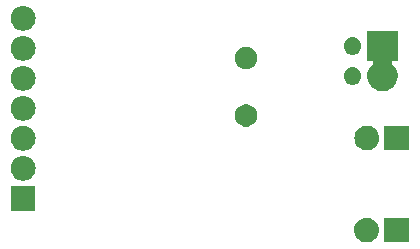
<source format=gbs>
G04 #@! TF.GenerationSoftware,KiCad,Pcbnew,(5.0.1)-4*
G04 #@! TF.CreationDate,2018-11-19T23:15:06-05:00*
G04 #@! TF.ProjectId,CAN_Bus_Arduino,43414E5F4275735F41726475696E6F2E,rev?*
G04 #@! TF.SameCoordinates,Original*
G04 #@! TF.FileFunction,Soldermask,Bot*
G04 #@! TF.FilePolarity,Negative*
%FSLAX46Y46*%
G04 Gerber Fmt 4.6, Leading zero omitted, Abs format (unit mm)*
G04 Created by KiCad (PCBNEW (5.0.1)-4) date 2018-11-19 11:15:06 PM*
%MOMM*%
%LPD*%
G01*
G04 APERTURE LIST*
%ADD10C,0.100000*%
G04 APERTURE END LIST*
D10*
G36*
X235129507Y-120420396D02*
X235206636Y-120427993D01*
X235338587Y-120468020D01*
X235404563Y-120488033D01*
X235586972Y-120585533D01*
X235746854Y-120716746D01*
X235878067Y-120876628D01*
X235975567Y-121059037D01*
X235975567Y-121059038D01*
X236035607Y-121256964D01*
X236055880Y-121462800D01*
X236035607Y-121668636D01*
X235995580Y-121800587D01*
X235975567Y-121866563D01*
X235878067Y-122048972D01*
X235746854Y-122208854D01*
X235586972Y-122340067D01*
X235404563Y-122437567D01*
X235338587Y-122457580D01*
X235206636Y-122497607D01*
X235129507Y-122505204D01*
X235052380Y-122512800D01*
X234949220Y-122512800D01*
X234872093Y-122505204D01*
X234794964Y-122497607D01*
X234663013Y-122457580D01*
X234597037Y-122437567D01*
X234414628Y-122340067D01*
X234254746Y-122208854D01*
X234123533Y-122048972D01*
X234026033Y-121866563D01*
X234006020Y-121800587D01*
X233965993Y-121668636D01*
X233945720Y-121462800D01*
X233965993Y-121256964D01*
X234026033Y-121059038D01*
X234026033Y-121059037D01*
X234123533Y-120876628D01*
X234254746Y-120716746D01*
X234414628Y-120585533D01*
X234597037Y-120488033D01*
X234663013Y-120468020D01*
X234794964Y-120427993D01*
X234872093Y-120420396D01*
X234949220Y-120412800D01*
X235052380Y-120412800D01*
X235129507Y-120420396D01*
X235129507Y-120420396D01*
G37*
G36*
X238590800Y-122512800D02*
X236490800Y-122512800D01*
X236490800Y-120412800D01*
X238590800Y-120412800D01*
X238590800Y-122512800D01*
X238590800Y-122512800D01*
G37*
G36*
X206967800Y-119820400D02*
X204867800Y-119820400D01*
X204867800Y-117720400D01*
X206967800Y-117720400D01*
X206967800Y-119820400D01*
X206967800Y-119820400D01*
G37*
G36*
X206046507Y-115187996D02*
X206123636Y-115195593D01*
X206255587Y-115235620D01*
X206321563Y-115255633D01*
X206503972Y-115353133D01*
X206663854Y-115484346D01*
X206795067Y-115644228D01*
X206892567Y-115826637D01*
X206892567Y-115826638D01*
X206952607Y-116024564D01*
X206972880Y-116230400D01*
X206952607Y-116436236D01*
X206912580Y-116568187D01*
X206892567Y-116634163D01*
X206795067Y-116816572D01*
X206663854Y-116976454D01*
X206503972Y-117107667D01*
X206321563Y-117205167D01*
X206255587Y-117225180D01*
X206123636Y-117265207D01*
X206046507Y-117272804D01*
X205969380Y-117280400D01*
X205866220Y-117280400D01*
X205789093Y-117272804D01*
X205711964Y-117265207D01*
X205580013Y-117225180D01*
X205514037Y-117205167D01*
X205331628Y-117107667D01*
X205171746Y-116976454D01*
X205040533Y-116816572D01*
X204943033Y-116634163D01*
X204923020Y-116568187D01*
X204882993Y-116436236D01*
X204862720Y-116230400D01*
X204882993Y-116024564D01*
X204943033Y-115826638D01*
X204943033Y-115826637D01*
X205040533Y-115644228D01*
X205171746Y-115484346D01*
X205331628Y-115353133D01*
X205514037Y-115255633D01*
X205580013Y-115235620D01*
X205711964Y-115195593D01*
X205789093Y-115187996D01*
X205866220Y-115180400D01*
X205969380Y-115180400D01*
X206046507Y-115187996D01*
X206046507Y-115187996D01*
G37*
G36*
X206046507Y-112647996D02*
X206123636Y-112655593D01*
X206237829Y-112690233D01*
X206321563Y-112715633D01*
X206503972Y-112813133D01*
X206663854Y-112944346D01*
X206795067Y-113104228D01*
X206892567Y-113286637D01*
X206892567Y-113286638D01*
X206952607Y-113484564D01*
X206972880Y-113690400D01*
X206952607Y-113896236D01*
X206912580Y-114028187D01*
X206892567Y-114094163D01*
X206795067Y-114276572D01*
X206663854Y-114436454D01*
X206503972Y-114567667D01*
X206321563Y-114665167D01*
X206255587Y-114685180D01*
X206123636Y-114725207D01*
X206046507Y-114732804D01*
X205969380Y-114740400D01*
X205866220Y-114740400D01*
X205789093Y-114732804D01*
X205711964Y-114725207D01*
X205580013Y-114685180D01*
X205514037Y-114665167D01*
X205331628Y-114567667D01*
X205171746Y-114436454D01*
X205040533Y-114276572D01*
X204943033Y-114094163D01*
X204923020Y-114028187D01*
X204882993Y-113896236D01*
X204862720Y-113690400D01*
X204882993Y-113484564D01*
X204943033Y-113286638D01*
X204943033Y-113286637D01*
X205040533Y-113104228D01*
X205171746Y-112944346D01*
X205331628Y-112813133D01*
X205514037Y-112715633D01*
X205597771Y-112690233D01*
X205711964Y-112655593D01*
X205789093Y-112647996D01*
X205866220Y-112640400D01*
X205969380Y-112640400D01*
X206046507Y-112647996D01*
X206046507Y-112647996D01*
G37*
G36*
X238616200Y-114715000D02*
X236516200Y-114715000D01*
X236516200Y-112615000D01*
X238616200Y-112615000D01*
X238616200Y-114715000D01*
X238616200Y-114715000D01*
G37*
G36*
X235154907Y-112622596D02*
X235232036Y-112630193D01*
X235363987Y-112670220D01*
X235429963Y-112690233D01*
X235612372Y-112787733D01*
X235772254Y-112918946D01*
X235903467Y-113078828D01*
X236000967Y-113261237D01*
X236000967Y-113261238D01*
X236061007Y-113459164D01*
X236081280Y-113665000D01*
X236061007Y-113870836D01*
X236053302Y-113896236D01*
X236000967Y-114068763D01*
X235903467Y-114251172D01*
X235772254Y-114411054D01*
X235612372Y-114542267D01*
X235429963Y-114639767D01*
X235363987Y-114659780D01*
X235232036Y-114699807D01*
X235154907Y-114707404D01*
X235077780Y-114715000D01*
X234974620Y-114715000D01*
X234897493Y-114707404D01*
X234820364Y-114699807D01*
X234688413Y-114659780D01*
X234622437Y-114639767D01*
X234440028Y-114542267D01*
X234280146Y-114411054D01*
X234148933Y-114251172D01*
X234051433Y-114068763D01*
X233999098Y-113896236D01*
X233991393Y-113870836D01*
X233971120Y-113665000D01*
X233991393Y-113459164D01*
X234051433Y-113261238D01*
X234051433Y-113261237D01*
X234148933Y-113078828D01*
X234280146Y-112918946D01*
X234440028Y-112787733D01*
X234622437Y-112690233D01*
X234688413Y-112670220D01*
X234820364Y-112630193D01*
X234897493Y-112622596D01*
X234974620Y-112615000D01*
X235077780Y-112615000D01*
X235154907Y-112622596D01*
X235154907Y-112622596D01*
G37*
G36*
X224929452Y-110819127D02*
X225067105Y-110846508D01*
X225239994Y-110918121D01*
X225395590Y-111022087D01*
X225527913Y-111154410D01*
X225631879Y-111310006D01*
X225703492Y-111482895D01*
X225740000Y-111666433D01*
X225740000Y-111853567D01*
X225703492Y-112037105D01*
X225631879Y-112209994D01*
X225527913Y-112365590D01*
X225395590Y-112497913D01*
X225239994Y-112601879D01*
X225067105Y-112673492D01*
X224929452Y-112700873D01*
X224883568Y-112710000D01*
X224696432Y-112710000D01*
X224650548Y-112700873D01*
X224512895Y-112673492D01*
X224340006Y-112601879D01*
X224184410Y-112497913D01*
X224052087Y-112365590D01*
X223948121Y-112209994D01*
X223876508Y-112037105D01*
X223840000Y-111853567D01*
X223840000Y-111666433D01*
X223876508Y-111482895D01*
X223948121Y-111310006D01*
X224052087Y-111154410D01*
X224184410Y-111022087D01*
X224340006Y-110918121D01*
X224512895Y-110846508D01*
X224650548Y-110819127D01*
X224696432Y-110810000D01*
X224883568Y-110810000D01*
X224929452Y-110819127D01*
X224929452Y-110819127D01*
G37*
G36*
X206046507Y-110107996D02*
X206123636Y-110115593D01*
X206255587Y-110155620D01*
X206321563Y-110175633D01*
X206503972Y-110273133D01*
X206663854Y-110404346D01*
X206795067Y-110564228D01*
X206892567Y-110746637D01*
X206892567Y-110746638D01*
X206952607Y-110944564D01*
X206972880Y-111150400D01*
X206952607Y-111356236D01*
X206914186Y-111482895D01*
X206892567Y-111554163D01*
X206795067Y-111736572D01*
X206663854Y-111896454D01*
X206503972Y-112027667D01*
X206321563Y-112125167D01*
X206255587Y-112145180D01*
X206123636Y-112185207D01*
X206046507Y-112192803D01*
X205969380Y-112200400D01*
X205866220Y-112200400D01*
X205789093Y-112192803D01*
X205711964Y-112185207D01*
X205580013Y-112145180D01*
X205514037Y-112125167D01*
X205331628Y-112027667D01*
X205171746Y-111896454D01*
X205040533Y-111736572D01*
X204943033Y-111554163D01*
X204921414Y-111482895D01*
X204882993Y-111356236D01*
X204862720Y-111150400D01*
X204882993Y-110944564D01*
X204943033Y-110746638D01*
X204943033Y-110746637D01*
X205040533Y-110564228D01*
X205171746Y-110404346D01*
X205331628Y-110273133D01*
X205514037Y-110175633D01*
X205580013Y-110155620D01*
X205711964Y-110115593D01*
X205789093Y-110107996D01*
X205866220Y-110100400D01*
X205969380Y-110100400D01*
X206046507Y-110107996D01*
X206046507Y-110107996D01*
G37*
G36*
X237647000Y-107167200D02*
X237243218Y-107167200D01*
X237218832Y-107169602D01*
X237195383Y-107176715D01*
X237173772Y-107188266D01*
X237154830Y-107203812D01*
X237139284Y-107222754D01*
X237127733Y-107244365D01*
X237120620Y-107267814D01*
X237118218Y-107292200D01*
X237120620Y-107316586D01*
X237127733Y-107340035D01*
X237139284Y-107361646D01*
X237154830Y-107380588D01*
X237173770Y-107396133D01*
X237175705Y-107397426D01*
X237356774Y-107578495D01*
X237499046Y-107791420D01*
X237597042Y-108028004D01*
X237647000Y-108279160D01*
X237647000Y-108535240D01*
X237597042Y-108786396D01*
X237499046Y-109022980D01*
X237356774Y-109235905D01*
X237175705Y-109416974D01*
X236962780Y-109559246D01*
X236726196Y-109657242D01*
X236475040Y-109707200D01*
X236218960Y-109707200D01*
X235967804Y-109657242D01*
X235731220Y-109559246D01*
X235518295Y-109416974D01*
X235337226Y-109235905D01*
X235194954Y-109022980D01*
X235096958Y-108786396D01*
X235047000Y-108535240D01*
X235047000Y-108279160D01*
X235096958Y-108028004D01*
X235194954Y-107791420D01*
X235337226Y-107578495D01*
X235518295Y-107397426D01*
X235520230Y-107396133D01*
X235539172Y-107380587D01*
X235554717Y-107361645D01*
X235566268Y-107340034D01*
X235573381Y-107316584D01*
X235575782Y-107292198D01*
X235573380Y-107267812D01*
X235566266Y-107244363D01*
X235554715Y-107222752D01*
X235539169Y-107203810D01*
X235520227Y-107188265D01*
X235498616Y-107176714D01*
X235475166Y-107169601D01*
X235450782Y-107167200D01*
X235047000Y-107167200D01*
X235047000Y-104567200D01*
X237647000Y-104567200D01*
X237647000Y-107167200D01*
X237647000Y-107167200D01*
G37*
G36*
X206046507Y-107567997D02*
X206123636Y-107575593D01*
X206255587Y-107615620D01*
X206321563Y-107635633D01*
X206503972Y-107733133D01*
X206663854Y-107864346D01*
X206795067Y-108024228D01*
X206892567Y-108206637D01*
X206892567Y-108206638D01*
X206952607Y-108404564D01*
X206972880Y-108610400D01*
X206952607Y-108816236D01*
X206912580Y-108948187D01*
X206892567Y-109014163D01*
X206795067Y-109196572D01*
X206663854Y-109356454D01*
X206503972Y-109487667D01*
X206321563Y-109585167D01*
X206255587Y-109605180D01*
X206123636Y-109645207D01*
X206046507Y-109652803D01*
X205969380Y-109660400D01*
X205866220Y-109660400D01*
X205789093Y-109652803D01*
X205711964Y-109645207D01*
X205580013Y-109605180D01*
X205514037Y-109585167D01*
X205331628Y-109487667D01*
X205171746Y-109356454D01*
X205040533Y-109196572D01*
X204943033Y-109014163D01*
X204923020Y-108948187D01*
X204882993Y-108816236D01*
X204862720Y-108610400D01*
X204882993Y-108404564D01*
X204943033Y-108206638D01*
X204943033Y-108206637D01*
X205040533Y-108024228D01*
X205171746Y-107864346D01*
X205331628Y-107733133D01*
X205514037Y-107635633D01*
X205580013Y-107615620D01*
X205711964Y-107575593D01*
X205789093Y-107567997D01*
X205866220Y-107560400D01*
X205969380Y-107560400D01*
X206046507Y-107567997D01*
X206046507Y-107567997D01*
G37*
G36*
X233953318Y-107671611D02*
X234025767Y-107686022D01*
X234082303Y-107709440D01*
X234162257Y-107742558D01*
X234285100Y-107824639D01*
X234389561Y-107929100D01*
X234471642Y-108051943D01*
X234528178Y-108188434D01*
X234557000Y-108333330D01*
X234557000Y-108481070D01*
X234528178Y-108625966D01*
X234471642Y-108762457D01*
X234389561Y-108885300D01*
X234285100Y-108989761D01*
X234162257Y-109071842D01*
X234082303Y-109104960D01*
X234025767Y-109128378D01*
X233953318Y-109142789D01*
X233880870Y-109157200D01*
X233733130Y-109157200D01*
X233660682Y-109142789D01*
X233588233Y-109128378D01*
X233531697Y-109104960D01*
X233451743Y-109071842D01*
X233328900Y-108989761D01*
X233224439Y-108885300D01*
X233142358Y-108762457D01*
X233085822Y-108625966D01*
X233057000Y-108481070D01*
X233057000Y-108333330D01*
X233085822Y-108188434D01*
X233142358Y-108051943D01*
X233224439Y-107929100D01*
X233328900Y-107824639D01*
X233451743Y-107742558D01*
X233531697Y-107709440D01*
X233588233Y-107686022D01*
X233660682Y-107671611D01*
X233733130Y-107657200D01*
X233880870Y-107657200D01*
X233953318Y-107671611D01*
X233953318Y-107671611D01*
G37*
G36*
X224929452Y-105939127D02*
X225067105Y-105966508D01*
X225239994Y-106038121D01*
X225395590Y-106142087D01*
X225527913Y-106274410D01*
X225631879Y-106430006D01*
X225703492Y-106602895D01*
X225740000Y-106786433D01*
X225740000Y-106973567D01*
X225703492Y-107157105D01*
X225631879Y-107329994D01*
X225527913Y-107485590D01*
X225395590Y-107617913D01*
X225239994Y-107721879D01*
X225067105Y-107793492D01*
X224929451Y-107820873D01*
X224883568Y-107830000D01*
X224696432Y-107830000D01*
X224650549Y-107820873D01*
X224512895Y-107793492D01*
X224340006Y-107721879D01*
X224184410Y-107617913D01*
X224052087Y-107485590D01*
X223948121Y-107329994D01*
X223876508Y-107157105D01*
X223840000Y-106973567D01*
X223840000Y-106786433D01*
X223876508Y-106602895D01*
X223948121Y-106430006D01*
X224052087Y-106274410D01*
X224184410Y-106142087D01*
X224340006Y-106038121D01*
X224512895Y-105966508D01*
X224650548Y-105939127D01*
X224696432Y-105930000D01*
X224883568Y-105930000D01*
X224929452Y-105939127D01*
X224929452Y-105939127D01*
G37*
G36*
X206046507Y-105027996D02*
X206123636Y-105035593D01*
X206255587Y-105075620D01*
X206321563Y-105095633D01*
X206503972Y-105193133D01*
X206663854Y-105324346D01*
X206795067Y-105484228D01*
X206892567Y-105666637D01*
X206892567Y-105666638D01*
X206952607Y-105864564D01*
X206972880Y-106070400D01*
X206952607Y-106276236D01*
X206912580Y-106408187D01*
X206892567Y-106474163D01*
X206795067Y-106656572D01*
X206663854Y-106816454D01*
X206503972Y-106947667D01*
X206321563Y-107045167D01*
X206255587Y-107065180D01*
X206123636Y-107105207D01*
X206046507Y-107112804D01*
X205969380Y-107120400D01*
X205866220Y-107120400D01*
X205789093Y-107112804D01*
X205711964Y-107105207D01*
X205580013Y-107065180D01*
X205514037Y-107045167D01*
X205331628Y-106947667D01*
X205171746Y-106816454D01*
X205040533Y-106656572D01*
X204943033Y-106474163D01*
X204923020Y-106408187D01*
X204882993Y-106276236D01*
X204862720Y-106070400D01*
X204882993Y-105864564D01*
X204943033Y-105666638D01*
X204943033Y-105666637D01*
X205040533Y-105484228D01*
X205171746Y-105324346D01*
X205331628Y-105193133D01*
X205514037Y-105095633D01*
X205580013Y-105075620D01*
X205711964Y-105035593D01*
X205789093Y-105027997D01*
X205866220Y-105020400D01*
X205969380Y-105020400D01*
X206046507Y-105027996D01*
X206046507Y-105027996D01*
G37*
G36*
X233953318Y-105131611D02*
X234025767Y-105146022D01*
X234082303Y-105169440D01*
X234162257Y-105202558D01*
X234285100Y-105284639D01*
X234389561Y-105389100D01*
X234471642Y-105511943D01*
X234528178Y-105648434D01*
X234557000Y-105793330D01*
X234557000Y-105941070D01*
X234528178Y-106085966D01*
X234471642Y-106222457D01*
X234389561Y-106345300D01*
X234285100Y-106449761D01*
X234162257Y-106531842D01*
X234082303Y-106564960D01*
X234025767Y-106588378D01*
X233953318Y-106602789D01*
X233880870Y-106617200D01*
X233733130Y-106617200D01*
X233660682Y-106602789D01*
X233588233Y-106588378D01*
X233531697Y-106564960D01*
X233451743Y-106531842D01*
X233328900Y-106449761D01*
X233224439Y-106345300D01*
X233142358Y-106222457D01*
X233085822Y-106085966D01*
X233057000Y-105941070D01*
X233057000Y-105793330D01*
X233085822Y-105648434D01*
X233142358Y-105511943D01*
X233224439Y-105389100D01*
X233328900Y-105284639D01*
X233451743Y-105202558D01*
X233531697Y-105169440D01*
X233588233Y-105146022D01*
X233660682Y-105131611D01*
X233733130Y-105117200D01*
X233880870Y-105117200D01*
X233953318Y-105131611D01*
X233953318Y-105131611D01*
G37*
G36*
X206046507Y-102487996D02*
X206123636Y-102495593D01*
X206255587Y-102535620D01*
X206321563Y-102555633D01*
X206503972Y-102653133D01*
X206663854Y-102784346D01*
X206795067Y-102944228D01*
X206892567Y-103126637D01*
X206892567Y-103126638D01*
X206952607Y-103324564D01*
X206972880Y-103530400D01*
X206952607Y-103736236D01*
X206912580Y-103868187D01*
X206892567Y-103934163D01*
X206795067Y-104116572D01*
X206663854Y-104276454D01*
X206503972Y-104407667D01*
X206321563Y-104505167D01*
X206255587Y-104525180D01*
X206123636Y-104565207D01*
X206046507Y-104572804D01*
X205969380Y-104580400D01*
X205866220Y-104580400D01*
X205789093Y-104572803D01*
X205711964Y-104565207D01*
X205580013Y-104525180D01*
X205514037Y-104505167D01*
X205331628Y-104407667D01*
X205171746Y-104276454D01*
X205040533Y-104116572D01*
X204943033Y-103934163D01*
X204923020Y-103868187D01*
X204882993Y-103736236D01*
X204862720Y-103530400D01*
X204882993Y-103324564D01*
X204943033Y-103126638D01*
X204943033Y-103126637D01*
X205040533Y-102944228D01*
X205171746Y-102784346D01*
X205331628Y-102653133D01*
X205514037Y-102555633D01*
X205580013Y-102535620D01*
X205711964Y-102495593D01*
X205789093Y-102487996D01*
X205866220Y-102480400D01*
X205969380Y-102480400D01*
X206046507Y-102487996D01*
X206046507Y-102487996D01*
G37*
M02*

</source>
